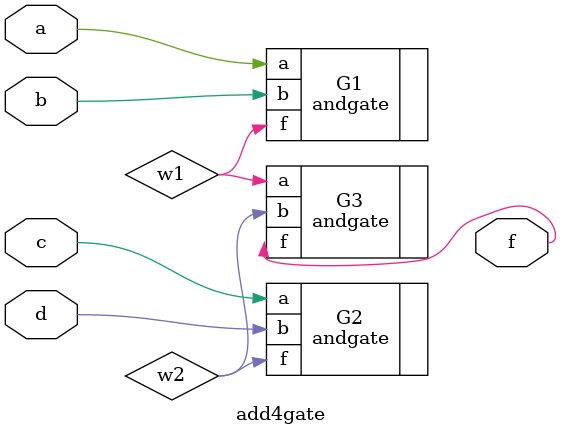
<source format=sv>
`timescale 1ns / 1ps


module add4gate(
input logic a,
input logic b,
input logic c,
input logic d,
output logic f
    );
    logic w1,w2;
    andgate G1(.f(w1),.a(a),.b(b));
    andgate G2(.f(w2),.a(c),.b(d));
    andgate G3(.f(f),.a(w1),.b(w2));
endmodule

</source>
